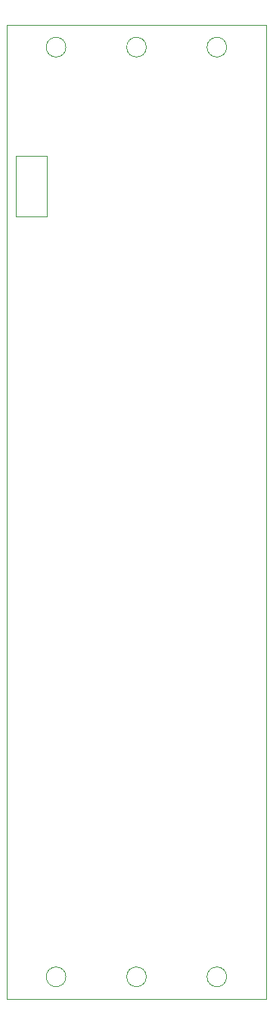
<source format=gbr>
%TF.GenerationSoftware,KiCad,Pcbnew,7.0.5*%
%TF.CreationDate,2023-06-06T16:58:07-04:00*%
%TF.ProjectId,SIDE,53494445-2e6b-4696-9361-645f70636258,rev?*%
%TF.SameCoordinates,Original*%
%TF.FileFunction,Profile,NP*%
%FSLAX46Y46*%
G04 Gerber Fmt 4.6, Leading zero omitted, Abs format (unit mm)*
G04 Created by KiCad (PCBNEW 7.0.5) date 2023-06-06 16:58:07*
%MOMM*%
%LPD*%
G01*
G04 APERTURE LIST*
%TA.AperFunction,Profile*%
%ADD10C,0.100000*%
%TD*%
G04 APERTURE END LIST*
D10*
X166220000Y-150218022D02*
X137220000Y-150218022D01*
X166220000Y-41218022D02*
X137220000Y-41218022D01*
X152820000Y-147718022D02*
G75*
G03*
X152820000Y-147718022I-1100000J0D01*
G01*
X166220000Y-41218022D02*
X166220000Y-150218022D01*
X161820000Y-147718022D02*
G75*
G03*
X161820000Y-147718022I-1100000J0D01*
G01*
X143820000Y-147718022D02*
G75*
G03*
X143820000Y-147718022I-1100000J0D01*
G01*
X143820000Y-43718022D02*
G75*
G03*
X143820000Y-43718022I-1100000J0D01*
G01*
X161820000Y-43718022D02*
G75*
G03*
X161820000Y-43718022I-1100000J0D01*
G01*
X137220000Y-41218022D02*
X137220000Y-150218022D01*
X138220000Y-55918022D02*
X141720000Y-55918022D01*
X141720000Y-62618022D01*
X138220000Y-62618022D01*
X138220000Y-55918022D01*
X152820000Y-43718022D02*
G75*
G03*
X152820000Y-43718022I-1100000J0D01*
G01*
M02*

</source>
